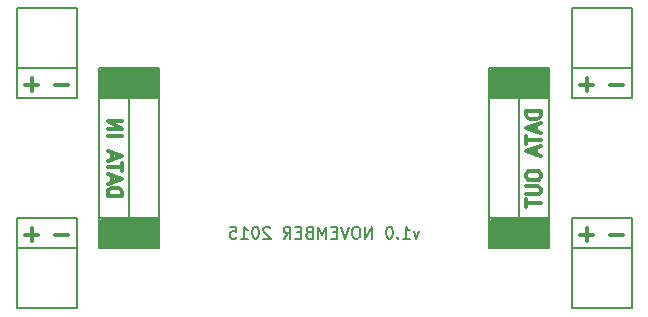
<source format=gbo>
G04 #@! TF.FileFunction,Legend,Bot*
%FSLAX46Y46*%
G04 Gerber Fmt 4.6, Leading zero omitted, Abs format (unit mm)*
G04 Created by KiCad (PCBNEW 4.0.0-rc2-stable) date Sun 15 Nov 2015 10:26:57 AEDT*
%MOMM*%
G01*
G04 APERTURE LIST*
%ADD10C,0.100000*%
%ADD11C,0.200000*%
%ADD12C,0.300000*%
%ADD13C,0.150000*%
%ADD14C,0.254000*%
G04 APERTURE END LIST*
D10*
D11*
X175260000Y-114300000D02*
X175260000Y-111760000D01*
X170180000Y-114300000D02*
X175260000Y-114300000D01*
X170180000Y-111760000D02*
X170180000Y-114300000D01*
X175260000Y-99060000D02*
X175260000Y-101600000D01*
X170180000Y-99060000D02*
X175260000Y-99060000D01*
X170180000Y-101600000D02*
X170180000Y-99060000D01*
X175260000Y-101600000D02*
X172720000Y-101600000D01*
X175260000Y-111760000D02*
X175260000Y-101600000D01*
X172720000Y-111760000D02*
X175260000Y-111760000D01*
X137160000Y-101600000D02*
X137160000Y-99060000D01*
X142240000Y-114300000D02*
X142240000Y-111760000D01*
X137160000Y-114300000D02*
X142240000Y-114300000D01*
X137160000Y-111760000D02*
X137160000Y-114300000D01*
X137160000Y-111760000D02*
X139700000Y-111760000D01*
X137160000Y-101600000D02*
X137160000Y-111760000D01*
X139700000Y-101600000D02*
X137160000Y-101600000D01*
X142240000Y-101600000D02*
X142240000Y-99060000D01*
X142240000Y-111760000D02*
X142240000Y-101600000D01*
X139700000Y-111760000D02*
X142240000Y-111760000D01*
X139700000Y-101600000D02*
X139700000Y-111760000D01*
X142240000Y-101600000D02*
X139700000Y-101600000D01*
X142240000Y-99060000D02*
X137160000Y-99060000D01*
D12*
X137887143Y-109851429D02*
X139087143Y-109851429D01*
X139087143Y-109565714D01*
X139030000Y-109394286D01*
X138915714Y-109280000D01*
X138801429Y-109222857D01*
X138572857Y-109165714D01*
X138401429Y-109165714D01*
X138172857Y-109222857D01*
X138058571Y-109280000D01*
X137944286Y-109394286D01*
X137887143Y-109565714D01*
X137887143Y-109851429D01*
X138230000Y-108708572D02*
X138230000Y-108137143D01*
X137887143Y-108822857D02*
X139087143Y-108422857D01*
X137887143Y-108022857D01*
X139087143Y-107794286D02*
X139087143Y-107108572D01*
X137887143Y-107451429D02*
X139087143Y-107451429D01*
X138230000Y-106765715D02*
X138230000Y-106194286D01*
X137887143Y-106880000D02*
X139087143Y-106480000D01*
X137887143Y-106080000D01*
X137887143Y-104765715D02*
X139087143Y-104765715D01*
X137887143Y-104194286D02*
X139087143Y-104194286D01*
X137887143Y-103508571D01*
X139087143Y-103508571D01*
X174532857Y-102708571D02*
X173332857Y-102708571D01*
X173332857Y-102994286D01*
X173390000Y-103165714D01*
X173504286Y-103280000D01*
X173618571Y-103337143D01*
X173847143Y-103394286D01*
X174018571Y-103394286D01*
X174247143Y-103337143D01*
X174361429Y-103280000D01*
X174475714Y-103165714D01*
X174532857Y-102994286D01*
X174532857Y-102708571D01*
X174190000Y-103851428D02*
X174190000Y-104422857D01*
X174532857Y-103737143D02*
X173332857Y-104137143D01*
X174532857Y-104537143D01*
X173332857Y-104765714D02*
X173332857Y-105451428D01*
X174532857Y-105108571D02*
X173332857Y-105108571D01*
X174190000Y-105794285D02*
X174190000Y-106365714D01*
X174532857Y-105680000D02*
X173332857Y-106080000D01*
X174532857Y-106480000D01*
X173332857Y-108022857D02*
X173332857Y-108251428D01*
X173390000Y-108365714D01*
X173504286Y-108480000D01*
X173732857Y-108537142D01*
X174132857Y-108537142D01*
X174361429Y-108480000D01*
X174475714Y-108365714D01*
X174532857Y-108251428D01*
X174532857Y-108022857D01*
X174475714Y-107908571D01*
X174361429Y-107794285D01*
X174132857Y-107737142D01*
X173732857Y-107737142D01*
X173504286Y-107794285D01*
X173390000Y-107908571D01*
X173332857Y-108022857D01*
X173332857Y-109051428D02*
X174304286Y-109051428D01*
X174418571Y-109108571D01*
X174475714Y-109165714D01*
X174532857Y-109280000D01*
X174532857Y-109508571D01*
X174475714Y-109622857D01*
X174418571Y-109680000D01*
X174304286Y-109737143D01*
X173332857Y-109737143D01*
X173332857Y-110137143D02*
X173332857Y-110822857D01*
X174532857Y-110480000D02*
X173332857Y-110480000D01*
D11*
X170180000Y-101600000D02*
X172720000Y-101600000D01*
X170180000Y-111760000D02*
X170180000Y-101600000D01*
X172720000Y-111760000D02*
X170180000Y-111760000D01*
X172720000Y-101600000D02*
X172720000Y-111760000D01*
D12*
X181546428Y-100437143D02*
X180403571Y-100437143D01*
X179006428Y-100437143D02*
X177863571Y-100437143D01*
X178435000Y-101008571D02*
X178435000Y-99865714D01*
X179006428Y-113137143D02*
X177863571Y-113137143D01*
X178435000Y-113708571D02*
X178435000Y-112565714D01*
X181546428Y-113137143D02*
X180403571Y-113137143D01*
X134556428Y-113137143D02*
X133413571Y-113137143D01*
X132016428Y-113137143D02*
X130873571Y-113137143D01*
X131445000Y-113708571D02*
X131445000Y-112565714D01*
D11*
X177165000Y-101600000D02*
X177165000Y-99060000D01*
X182245000Y-101600000D02*
X177165000Y-101600000D01*
X182245000Y-99060000D02*
X182245000Y-101600000D01*
X177165000Y-99060000D02*
X182245000Y-99060000D01*
X177165000Y-93980000D02*
X177165000Y-99060000D01*
X182245000Y-93980000D02*
X177165000Y-93980000D01*
X182245000Y-99060000D02*
X182245000Y-93980000D01*
X182245000Y-111760000D02*
X182245000Y-114300000D01*
X177165000Y-111760000D02*
X182245000Y-111760000D01*
X177165000Y-114300000D02*
X177165000Y-111760000D01*
X182245000Y-119380000D02*
X177165000Y-119380000D01*
X182245000Y-114300000D02*
X182245000Y-119380000D01*
X177165000Y-114300000D02*
X182245000Y-114300000D01*
X177165000Y-119380000D02*
X177165000Y-114300000D01*
X135255000Y-111760000D02*
X135255000Y-114300000D01*
X130175000Y-111760000D02*
X135255000Y-111760000D01*
X130175000Y-114300000D02*
X130175000Y-111760000D01*
X135255000Y-114300000D02*
X130175000Y-114300000D01*
X135255000Y-119380000D02*
X135255000Y-114300000D01*
X130175000Y-119380000D02*
X135255000Y-119380000D01*
X130175000Y-114300000D02*
X130175000Y-119380000D01*
D12*
X134556428Y-100437143D02*
X133413571Y-100437143D01*
X132016428Y-100437143D02*
X130873571Y-100437143D01*
X131445000Y-101008571D02*
X131445000Y-99865714D01*
D11*
X135255000Y-101600000D02*
X135255000Y-99060000D01*
X130175000Y-101600000D02*
X135255000Y-101600000D01*
X130175000Y-99060000D02*
X130175000Y-101600000D01*
X130175000Y-99060000D02*
X130175000Y-93980000D01*
X135255000Y-99060000D02*
X130175000Y-99060000D01*
X135255000Y-93980000D02*
X135255000Y-99060000D01*
X130175000Y-93980000D02*
X135255000Y-93980000D01*
D13*
X164257619Y-112815714D02*
X164019524Y-113482381D01*
X163781428Y-112815714D01*
X162876666Y-113482381D02*
X163448095Y-113482381D01*
X163162381Y-113482381D02*
X163162381Y-112482381D01*
X163257619Y-112625238D01*
X163352857Y-112720476D01*
X163448095Y-112768095D01*
X162448095Y-113387143D02*
X162400476Y-113434762D01*
X162448095Y-113482381D01*
X162495714Y-113434762D01*
X162448095Y-113387143D01*
X162448095Y-113482381D01*
X161781429Y-112482381D02*
X161686190Y-112482381D01*
X161590952Y-112530000D01*
X161543333Y-112577619D01*
X161495714Y-112672857D01*
X161448095Y-112863333D01*
X161448095Y-113101429D01*
X161495714Y-113291905D01*
X161543333Y-113387143D01*
X161590952Y-113434762D01*
X161686190Y-113482381D01*
X161781429Y-113482381D01*
X161876667Y-113434762D01*
X161924286Y-113387143D01*
X161971905Y-113291905D01*
X162019524Y-113101429D01*
X162019524Y-112863333D01*
X161971905Y-112672857D01*
X161924286Y-112577619D01*
X161876667Y-112530000D01*
X161781429Y-112482381D01*
X160257619Y-113482381D02*
X160257619Y-112482381D01*
X159686190Y-113482381D01*
X159686190Y-112482381D01*
X159019524Y-112482381D02*
X158829047Y-112482381D01*
X158733809Y-112530000D01*
X158638571Y-112625238D01*
X158590952Y-112815714D01*
X158590952Y-113149048D01*
X158638571Y-113339524D01*
X158733809Y-113434762D01*
X158829047Y-113482381D01*
X159019524Y-113482381D01*
X159114762Y-113434762D01*
X159210000Y-113339524D01*
X159257619Y-113149048D01*
X159257619Y-112815714D01*
X159210000Y-112625238D01*
X159114762Y-112530000D01*
X159019524Y-112482381D01*
X158305238Y-112482381D02*
X157971905Y-113482381D01*
X157638571Y-112482381D01*
X157305238Y-112958571D02*
X156971904Y-112958571D01*
X156829047Y-113482381D02*
X157305238Y-113482381D01*
X157305238Y-112482381D01*
X156829047Y-112482381D01*
X156400476Y-113482381D02*
X156400476Y-112482381D01*
X156067142Y-113196667D01*
X155733809Y-112482381D01*
X155733809Y-113482381D01*
X154924285Y-112958571D02*
X154781428Y-113006190D01*
X154733809Y-113053810D01*
X154686190Y-113149048D01*
X154686190Y-113291905D01*
X154733809Y-113387143D01*
X154781428Y-113434762D01*
X154876666Y-113482381D01*
X155257619Y-113482381D01*
X155257619Y-112482381D01*
X154924285Y-112482381D01*
X154829047Y-112530000D01*
X154781428Y-112577619D01*
X154733809Y-112672857D01*
X154733809Y-112768095D01*
X154781428Y-112863333D01*
X154829047Y-112910952D01*
X154924285Y-112958571D01*
X155257619Y-112958571D01*
X154257619Y-112958571D02*
X153924285Y-112958571D01*
X153781428Y-113482381D02*
X154257619Y-113482381D01*
X154257619Y-112482381D01*
X153781428Y-112482381D01*
X152781428Y-113482381D02*
X153114762Y-113006190D01*
X153352857Y-113482381D02*
X153352857Y-112482381D01*
X152971904Y-112482381D01*
X152876666Y-112530000D01*
X152829047Y-112577619D01*
X152781428Y-112672857D01*
X152781428Y-112815714D01*
X152829047Y-112910952D01*
X152876666Y-112958571D01*
X152971904Y-113006190D01*
X153352857Y-113006190D01*
X151638571Y-112577619D02*
X151590952Y-112530000D01*
X151495714Y-112482381D01*
X151257618Y-112482381D01*
X151162380Y-112530000D01*
X151114761Y-112577619D01*
X151067142Y-112672857D01*
X151067142Y-112768095D01*
X151114761Y-112910952D01*
X151686190Y-113482381D01*
X151067142Y-113482381D01*
X150448095Y-112482381D02*
X150352856Y-112482381D01*
X150257618Y-112530000D01*
X150209999Y-112577619D01*
X150162380Y-112672857D01*
X150114761Y-112863333D01*
X150114761Y-113101429D01*
X150162380Y-113291905D01*
X150209999Y-113387143D01*
X150257618Y-113434762D01*
X150352856Y-113482381D01*
X150448095Y-113482381D01*
X150543333Y-113434762D01*
X150590952Y-113387143D01*
X150638571Y-113291905D01*
X150686190Y-113101429D01*
X150686190Y-112863333D01*
X150638571Y-112672857D01*
X150590952Y-112577619D01*
X150543333Y-112530000D01*
X150448095Y-112482381D01*
X149162380Y-113482381D02*
X149733809Y-113482381D01*
X149448095Y-113482381D02*
X149448095Y-112482381D01*
X149543333Y-112625238D01*
X149638571Y-112720476D01*
X149733809Y-112768095D01*
X148257618Y-112482381D02*
X148733809Y-112482381D01*
X148781428Y-112958571D01*
X148733809Y-112910952D01*
X148638571Y-112863333D01*
X148400475Y-112863333D01*
X148305237Y-112910952D01*
X148257618Y-112958571D01*
X148209999Y-113053810D01*
X148209999Y-113291905D01*
X148257618Y-113387143D01*
X148305237Y-113434762D01*
X148400475Y-113482381D01*
X148638571Y-113482381D01*
X148733809Y-113434762D01*
X148781428Y-113387143D01*
D14*
G36*
X142113000Y-101473000D02*
X137287000Y-101473000D01*
X137287000Y-99187000D01*
X142113000Y-99187000D01*
X142113000Y-101473000D01*
X142113000Y-101473000D01*
G37*
X142113000Y-101473000D02*
X137287000Y-101473000D01*
X137287000Y-99187000D01*
X142113000Y-99187000D01*
X142113000Y-101473000D01*
G36*
X142113000Y-114173000D02*
X137287000Y-114173000D01*
X137287000Y-111887000D01*
X142113000Y-111887000D01*
X142113000Y-114173000D01*
X142113000Y-114173000D01*
G37*
X142113000Y-114173000D02*
X137287000Y-114173000D01*
X137287000Y-111887000D01*
X142113000Y-111887000D01*
X142113000Y-114173000D01*
G36*
X175133000Y-114173000D02*
X170307000Y-114173000D01*
X170307000Y-111887000D01*
X175133000Y-111887000D01*
X175133000Y-114173000D01*
X175133000Y-114173000D01*
G37*
X175133000Y-114173000D02*
X170307000Y-114173000D01*
X170307000Y-111887000D01*
X175133000Y-111887000D01*
X175133000Y-114173000D01*
G36*
X175133000Y-101473000D02*
X170307000Y-101473000D01*
X170307000Y-99187000D01*
X175133000Y-99187000D01*
X175133000Y-101473000D01*
X175133000Y-101473000D01*
G37*
X175133000Y-101473000D02*
X170307000Y-101473000D01*
X170307000Y-99187000D01*
X175133000Y-99187000D01*
X175133000Y-101473000D01*
M02*

</source>
